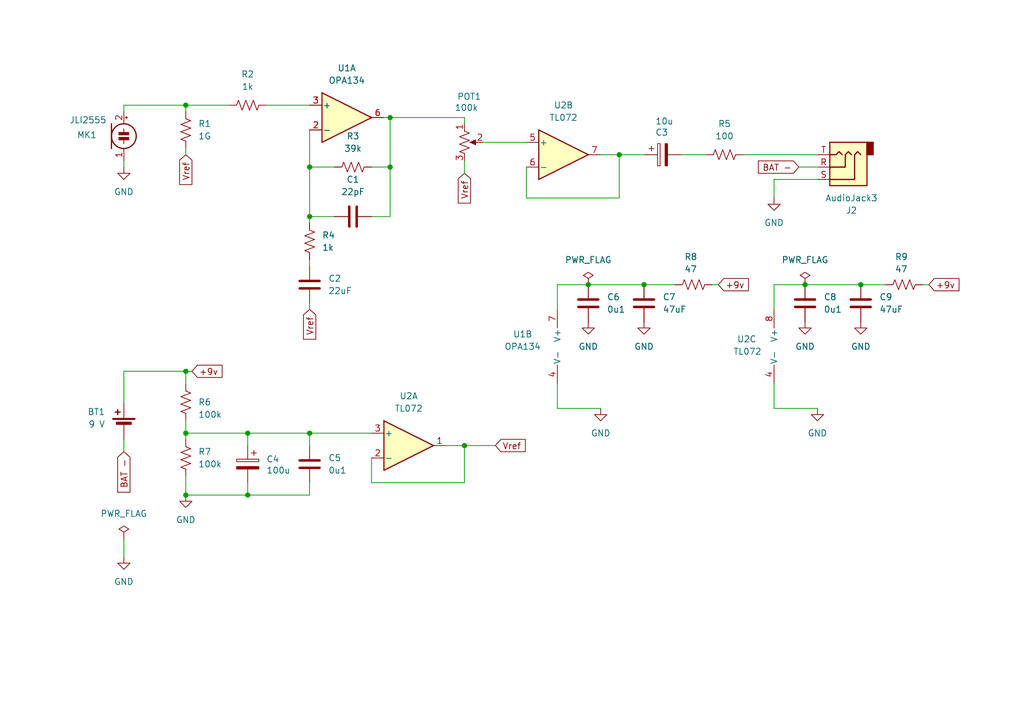
<source format=kicad_sch>
(kicad_sch (version 20250114) (generator "eeschema") (generator_version "9.0")
  (paper "A5")
  (title_block (title "JLI 2555 tin can microphone") (date "2025-05-25") (rev "2.0") (company "Anauseam"))
  (lib_symbols
    (symbol "Amplifier_Operational:TL072" (pin_names (offset 0.127))
      (property "Reference" "U" (at 0 5.08 0))
      (property "Value" "TL072" (at 0 -5.08 0))
      (symbol "TL072_1_1"
        (polyline (pts (xy -5.08 5.08) (xy 5.08 0) (xy -5.08 -5.08) (xy -5.08 5.08)) (stroke (width 0.254)) (fill (type background)))
        (pin input line (at -7.62 2.54 0) (length 2.54) (name "+") (number "3"))
        (pin input line (at -7.62 -2.54 0) (length 2.54) (name "-") (number "2"))
        (pin output line (at 7.62 0 180) (length 2.54) (name "~") (number "1"))
      )
      (symbol "TL072_2_1"
        (polyline (pts (xy -5.08 5.08) (xy 5.08 0) (xy -5.08 -5.08) (xy -5.08 5.08)) (stroke (width 0.254)) (fill (type background)))
        (pin input line (at -7.62 2.54 0) (length 2.54) (name "+") (number "5"))
        (pin input line (at -7.62 -2.54 0) (length 2.54) (name "-") (number "6"))
        (pin output line (at 7.62 0 180) (length 2.54) (name "~") (number "7"))
      )
      (symbol "TL072_3_1"
        (pin power_in line (at -2.54 7.62 270) (length 3.81) (name "V+") (number "8"))
        (pin power_in line (at -2.54 -7.62 90) (length 3.81) (name "V-") (number "4"))
      )
    )
    (symbol "Anauseam:OPA134" (pin_names (offset 0.127))
      (property "Reference" "U" (at 1.27 6.35 0))
      (property "Value" "OPA134" (at 1.27 3.81 0))
      (symbol "OPA134_1_1"
        (polyline (pts (xy -5.08 5.08) (xy 5.08 0) (xy -5.08 -5.08) (xy -5.08 5.08)) (stroke (width 0.254)) (fill (type background)))
        (pin input line (at -7.62 2.54 0) (length 2.54) (name "+") (number "3"))
        (pin input line (at -7.62 -2.54 0) (length 2.54) (name "-") (number "2"))
        (pin output line (at 7.62 0 180) (length 2.54) (name "~") (number "6"))
      )
      (symbol "OPA134_2_1"
        (pin power_in line (at -2.54 7.62 270) (length 3.81) (name "V+") (number "7"))
        (pin power_in line (at -2.54 -7.62 90) (length 3.81) (name "V-") (number "4"))
        (pin no_connect line (at 0 2.54 270) (length 2.54) (hide yes) (name "NC") (number "5"))
        (pin no_connect line (at 0 -7.62 90) (length 5.08) (hide yes) (name "NC") (number "1"))
        (pin no_connect line (at 2.54 -7.62 90) (length 6.35) (hide yes) (name "NC") (number "8"))
      )
    )
    (symbol "Connector_Audio:AudioJack3"
      (property "Reference" "J" (at 0 8.89 0))
      (property "Value" "AudioJack3" (at 0 6.35 0))
      (symbol "AudioJack3_0_1"
        (rectangle (start -5.08 -5.08) (end -6.35 -2.54) (stroke (width 0.254)) (fill (type outline)))
        (polyline (pts (xy -1.905 -2.54) (xy -1.27 -3.175) (xy -0.635 -2.54) (xy -0.635 0) (xy 2.54 0)) (stroke (width 0.254)))
        (polyline (pts (xy 0 -2.54) (xy 0.635 -3.175) (xy 1.27 -2.54) (xy 2.54 -2.54)) (stroke (width 0.254)))
        (rectangle (start 2.54 3.81) (end -5.08 -5.08) (stroke (width 0.254)) (fill (type background)))
        (polyline (pts (xy 2.54 2.54) (xy -2.54 2.54) (xy -2.54 -2.54) (xy -3.175 -3.175) (xy -3.81 -2.54)) (stroke (width 0.254)))
      )
      (symbol "AudioJack3_1_1"
        (pin passive line (at 5.08 2.54 180) (length 2.54) (name "~") (number "S"))
        (pin passive line (at 5.08 0 180) (length 2.54) (name "~") (number "R"))
        (pin passive line (at 5.08 -2.54 180) (length 2.54) (name "~") (number "T"))
      )
    )
    (symbol "Device:Battery_Cell" (pin_numbers (hide yes)) (pin_names (offset 0) (hide yes))
      (property "Reference" "BT" (at 2.54 2.54 0))
      (property "Value" "Battery_Cell" (at 2.54 0 0))
      (symbol "Battery_Cell_0_1"
        (rectangle (start -2.286 1.778) (end 2.286 1.524) (fill (type outline)))
        (rectangle (start -1.524 1.016) (end 1.524 0.508) (fill (type outline)))
        (polyline (pts (xy 0 1.778) (xy 0 2.54)))
        (polyline (pts (xy 0 0.762) (xy 0 0)))
        (polyline (pts (xy 0.762 3.048) (xy 1.778 3.048)) (stroke (width 0.254)))
        (polyline (pts (xy 1.27 3.556) (xy 1.27 2.54)) (stroke (width 0.254)))
      )
      (symbol "Battery_Cell_1_1"
        (pin passive line (at 0 5.08 270) (length 2.54) (name "+") (number "1"))
        (pin passive line (at 0 -2.54 90) (length 2.54) (name "-") (number "2"))
      )
    )
    (symbol "Device:C" (pin_numbers (hide yes)) (pin_names (offset 0.254))
      (property "Reference" "C" (at 0.635 2.54 0))
      (property "Value" "C" (at 0.635 -2.54 0))
      (symbol "C_0_1"
        (polyline (pts (xy -2.032 0.762) (xy 2.032 0.762)) (stroke (width 0.508)))
        (polyline (pts (xy -2.032 -0.762) (xy 2.032 -0.762)) (stroke (width 0.508)))
      )
      (symbol "C_1_1"
        (pin passive line (at 0 3.81 270) (length 2.794) (name "~") (number "1"))
        (pin passive line (at 0 -3.81 90) (length 2.794) (name "~") (number "2"))
      )
    )
    (symbol "Device:C_Polarized" (pin_numbers (hide yes)) (pin_names (offset 0.254))
      (property "Reference" "C" (at 0.635 2.54 0))
      (property "Value" "C_Polarized" (at 0.635 -2.54 0))
      (symbol "C_Polarized_0_1"
        (rectangle (start -2.286 0.508) (end 2.286 1.016))
        (polyline (pts (xy -1.778 2.286) (xy -0.762 2.286)))
        (polyline (pts (xy -1.27 2.794) (xy -1.27 1.778)))
        (rectangle (start 2.286 -0.508) (end -2.286 -1.016) (fill (type outline)))
      )
      (symbol "C_Polarized_1_1"
        (pin passive line (at 0 3.81 270) (length 2.794) (name "~") (number "1"))
        (pin passive line (at 0 -3.81 90) (length 2.794) (name "~") (number "2"))
      )
    )
    (symbol "Device:Microphone_Condenser" (pin_names (offset 0.0254) (hide yes))
      (property "Reference" "MK" (at -3.302 1.27 0))
      (property "Value" "Microphone_Condenser" (at -3.302 -0.635 0))
      (symbol "Microphone_Condenser_0_1"
        (polyline (pts (xy -2.54 2.54) (xy -2.54 -2.54)) (stroke (width 0.254)))
        (polyline (pts (xy 0 0.762) (xy 0 1.524)))
        (circle (center 0 0) (radius 2.54) (stroke (width 0.254)))
        (polyline (pts (xy 0 -0.762) (xy 0 -1.524)))
        (polyline (pts (xy 0.254 3.81) (xy 0.762 3.81)))
        (polyline (pts (xy 0.508 4.064) (xy 0.508 3.556)))
        (rectangle (start 1.016 0.762) (end -1.016 0.254) (fill (type outline)))
        (rectangle (start 1.016 -0.254) (end -1.016 -0.762) (fill (type outline)))
      )
      (symbol "Microphone_Condenser_1_1"
        (pin passive line (at 0 5.08 270) (length 2.54) (name "+") (number "2"))
        (pin passive line (at 0 -5.08 90) (length 2.54) (name "-") (number "1"))
      )
    )
    (symbol "Device:R_Potentiometer_US" (pin_names (offset 1.016) (hide yes))
      (property "Reference" "RV" (at -4.445 0 90))
      (property "Value" "R_Potentiometer_US" (at -2.54 0 90))
      (symbol "R_Potentiometer_US_0_1"
        (polyline (pts (xy 0 2.54) (xy 0 2.286)))
        (polyline (pts (xy 0 2.286) (xy 1.016 1.905) (xy 0 1.524) (xy -1.016 1.143) (xy 0 0.762)))
        (polyline (pts (xy 0 0.762) (xy 1.016 0.381) (xy 0 0) (xy -1.016 -0.381) (xy 0 -0.762)))
        (polyline (pts (xy 0 -0.762) (xy 1.016 -1.143) (xy 0 -1.524) (xy -1.016 -1.905) (xy 0 -2.286)))
        (polyline (pts (xy 0 -2.286) (xy 0 -2.54)))
        (polyline (pts (xy 1.143 0) (xy 2.286 0.508) (xy 2.286 -0.508) (xy 1.143 0)) (fill (type outline)))
        (polyline (pts (xy 2.54 0) (xy 1.524 0)))
      )
      (symbol "R_Potentiometer_US_1_1"
        (pin passive line (at 0 3.81 270) (length 1.27) (name "1") (number "1"))
        (pin passive line (at 0 -3.81 90) (length 1.27) (name "3") (number "3"))
        (pin passive line (at 3.81 0 180) (length 1.27) (name "2") (number "2"))
      )
    )
    (symbol "Device:R_US" (pin_numbers (hide yes)) (pin_names (offset 0))
      (property "Reference" "R" (at 2.54 0 90))
      (property "Value" "R_US" (at -2.54 0 90))
      (symbol "R_US_0_1"
        (polyline (pts (xy 0 2.286) (xy 0 2.54)))
        (polyline (pts (xy 0 2.286) (xy 1.016 1.905) (xy 0 1.524) (xy -1.016 1.143) (xy 0 0.762)))
        (polyline (pts (xy 0 0.762) (xy 1.016 0.381) (xy 0 0) (xy -1.016 -0.381) (xy 0 -0.762)))
        (polyline (pts (xy 0 -0.762) (xy 1.016 -1.143) (xy 0 -1.524) (xy -1.016 -1.905) (xy 0 -2.286)))
        (polyline (pts (xy 0 -2.286) (xy 0 -2.54)))
      )
      (symbol "R_US_1_1"
        (pin passive line (at 0 3.81 270) (length 1.27) (name "~") (number "1"))
        (pin passive line (at 0 -3.81 90) (length 1.27) (name "~") (number "2"))
      )
    )
    (symbol "power:GND" (power) (pin_numbers (hide yes)) (pin_names (offset 0) (hide yes))
      (property "Value" "GND" (at 0 -3.81 0))
      (symbol "GND_0_1"
        (polyline (pts (xy 0 0) (xy 0 -1.27) (xy 1.27 -1.27) (xy 0 -2.54) (xy -1.27 -1.27) (xy 0 -1.27)))
      )
      (symbol "GND_1_1"
        (pin power_in line (at 0 0 270) (length 0) (name "~") (number "1"))
      )
    )
    (symbol "power:PWR_FLAG" (power) (pin_numbers (hide yes)) (pin_names (offset 0) (hide yes))
      (property "Value" "PWR_FLAG" (at 0 3.81 0))
      (symbol "PWR_FLAG_0_0"
        (pin power_out line (at 0 0 90) (length 0) (name "~") (number "1"))
      )
      (symbol "PWR_FLAG_0_1"
        (polyline (pts (xy 0 0) (xy 0 1.27) (xy -1.016 1.905) (xy 0 2.54) (xy 1.016 1.905) (xy 0 1.27)))
      )
    )
  )
  (junction (at 63.5 34.29))
  (junction (at 176.53 58.42))
  (junction (at 165.1 58.42))
  (junction (at 132.08 58.42))
  (junction (at 127 31.75))
  (junction (at 80.01 24.13))
  (junction (at 50.8 88.9))
  (junction (at 63.5 88.9))
  (junction (at 38.1 21.59))
  (junction (at 80.01 34.29))
  (junction (at 95.25 91.44))
  (junction (at 38.1 88.9))
  (junction (at 38.1 101.6))
  (junction (at 50.8 101.6))
  (junction (at 63.5 44.45))
  (junction (at 120.65 58.42))
  (junction (at 38.1 76.2))
  (wire (pts (xy 139.7 31.75) (xy 144.78 31.75)))
  (wire (pts (xy 107.95 40.64) (xy 127 40.64)))
  (wire (pts (xy 25.4 21.59) (xy 38.1 21.59)))
  (wire (pts (xy 38.1 101.6) (xy 38.1 97.79)))
  (wire (pts (xy 63.5 26.67) (xy 63.5 34.29)))
  (wire (pts (xy 189.23 58.42) (xy 190.5 58.42)))
  (wire (pts (xy 152.4 31.75) (xy 167.64 31.75)))
  (wire (pts (xy 80.01 24.13) (xy 80.01 34.29)))
  (wire (pts (xy 63.5 99.06) (xy 63.5 101.6)))
  (wire (pts (xy 114.3 78.74) (xy 114.3 83.82)))
  (wire (pts (xy 158.75 36.83) (xy 158.75 40.64)))
  (wire (pts (xy 38.1 86.36) (xy 38.1 88.9)))
  (wire (pts (xy 63.5 63.5) (xy 63.5 62.23)))
  (wire (pts (xy 38.1 101.6) (xy 50.8 101.6)))
  (wire (pts (xy 76.2 44.45) (xy 80.01 44.45)))
  (wire (pts (xy 63.5 88.9) (xy 76.2 88.9)))
  (wire (pts (xy 38.1 76.2) (xy 39.37 76.2)))
  (wire (pts (xy 25.4 76.2) (xy 25.4 82.55)))
  (wire (pts (xy 80.01 34.29) (xy 80.01 44.45)))
  (wire (pts (xy 158.75 58.42) (xy 158.75 63.5)))
  (wire (pts (xy 76.2 99.06) (xy 95.25 99.06)))
  (wire (pts (xy 38.1 31.75) (xy 38.1 30.48)))
  (wire (pts (xy 80.01 24.13) (xy 95.25 24.13)))
  (wire (pts (xy 120.65 58.42) (xy 132.08 58.42)))
  (wire (pts (xy 50.8 101.6) (xy 50.8 99.06)))
  (wire (pts (xy 25.4 90.17) (xy 25.4 92.71)))
  (wire (pts (xy 78.74 24.13) (xy 80.01 24.13)))
  (wire (pts (xy 95.25 24.13) (xy 95.25 25.4)))
  (wire (pts (xy 38.1 88.9) (xy 38.1 90.17)))
  (wire (pts (xy 25.4 34.29) (xy 25.4 33.02)))
  (wire (pts (xy 63.5 44.45) (xy 68.58 44.45)))
  (wire (pts (xy 132.08 58.42) (xy 138.43 58.42)))
  (wire (pts (xy 63.5 34.29) (xy 63.5 44.45)))
  (wire (pts (xy 165.1 58.42) (xy 158.75 58.42)))
  (wire (pts (xy 123.19 83.82) (xy 114.3 83.82)))
  (wire (pts (xy 95.25 91.44) (xy 95.25 99.06)))
  (wire (pts (xy 38.1 21.59) (xy 46.99 21.59)))
  (wire (pts (xy 91.44 91.44) (xy 95.25 91.44)))
  (wire (pts (xy 63.5 34.29) (xy 68.58 34.29)))
  (wire (pts (xy 50.8 88.9) (xy 50.8 91.44)))
  (wire (pts (xy 127 31.75) (xy 132.08 31.75)))
  (wire (pts (xy 99.06 29.21) (xy 107.95 29.21)))
  (wire (pts (xy 114.3 58.42) (xy 114.3 63.5)))
  (wire (pts (xy 76.2 34.29) (xy 80.01 34.29)))
  (wire (pts (xy 176.53 58.42) (xy 181.61 58.42)))
  (wire (pts (xy 38.1 22.86) (xy 38.1 21.59)))
  (wire (pts (xy 165.1 58.42) (xy 176.53 58.42)))
  (wire (pts (xy 25.4 22.86) (xy 25.4 21.59)))
  (wire (pts (xy 123.19 31.75) (xy 127 31.75)))
  (wire (pts (xy 120.65 58.42) (xy 114.3 58.42)))
  (wire (pts (xy 25.4 76.2) (xy 38.1 76.2)))
  (wire (pts (xy 163.83 34.29) (xy 167.64 34.29)))
  (wire (pts (xy 63.5 101.6) (xy 50.8 101.6)))
  (wire (pts (xy 127 40.64) (xy 127 31.75)))
  (wire (pts (xy 167.64 83.82) (xy 158.75 83.82)))
  (wire (pts (xy 63.5 54.61) (xy 63.5 53.34)))
  (wire (pts (xy 63.5 91.44) (xy 63.5 88.9)))
  (wire (pts (xy 158.75 78.74) (xy 158.75 83.82)))
  (wire (pts (xy 95.25 91.44) (xy 101.6 91.44)))
  (wire (pts (xy 54.61 21.59) (xy 63.5 21.59)))
  (wire (pts (xy 146.05 58.42) (xy 147.32 58.42)))
  (wire (pts (xy 50.8 88.9) (xy 63.5 88.9)))
  (wire (pts (xy 25.4 110.49) (xy 25.4 114.3)))
  (wire (pts (xy 158.75 36.83) (xy 167.64 36.83)))
  (wire (pts (xy 38.1 78.74) (xy 38.1 76.2)))
  (wire (pts (xy 38.1 88.9) (xy 50.8 88.9)))
  (wire (pts (xy 107.95 34.29) (xy 107.95 40.64)))
  (wire (pts (xy 95.25 35.56) (xy 95.25 33.02)))
  (wire (pts (xy 63.5 44.45) (xy 63.5 45.72)))
  (wire (pts (xy 76.2 93.98) (xy 76.2 99.06)))
  (global_label "+9v" (shape input) (at 39.37 76.2 0) (property "Intersheetrefs" "${INTERSHEET_REFS}" (effects (hide yes))))
  (global_label "Vref" (shape input) (at 38.1 31.75 270) (property "Intersheetrefs" "${INTERSHEET_REFS}" (effects (hide yes))))
  (global_label "Vref" (shape input) (at 95.25 35.56 270) (property "Intersheetrefs" "${INTERSHEET_REFS}" (effects (hide yes))))
  (global_label "BAT -" (shape input) (at 163.83 34.29 180) (property "Intersheetrefs" "${INTERSHEET_REFS}" (effects (hide yes))))
  (global_label "BAT -" (shape input) (at 25.4 92.71 270) (property "Intersheetrefs" "${INTERSHEET_REFS}" (effects (hide yes))))
  (global_label "+9v" (shape input) (at 147.32 58.42 0) (property "Intersheetrefs" "${INTERSHEET_REFS}" (effects (hide yes))))
  (global_label "+9v" (shape input) (at 190.5 58.42 0) (property "Intersheetrefs" "${INTERSHEET_REFS}" (effects (hide yes))))
  (global_label "Vref" (shape input) (at 101.6 91.44 0) (property "Intersheetrefs" "${INTERSHEET_REFS}" (effects (hide yes))))
  (global_label "Vref" (shape input) (at 63.5 63.5 270) (property "Intersheetrefs" "${INTERSHEET_REFS}" (effects (hide yes))))
  (symbol (lib_id "power:GND") (at 158.75 40.64 0) (mirror y) (unit 1)
    (property "Reference" "#PWR013" (effects (hide yes)))
    (property "Value" "GND" (at 158.75 45.72 0))
    (property "Description" "Power symbol creates a global label with name \"GND\" , ground" (effects (hide yes)))
  )
  (symbol (lib_id "power:GND") (at 25.4 34.29 0) (mirror y) (unit 1)
    (property "Reference" "#PWR02" (effects (hide yes)))
    (property "Value" "GND" (at 25.4 39.37 0))
    (property "Description" "Power symbol creates a global label with name \"GND\" , ground" (effects (hide yes)))
  )
  (symbol (lib_id "power:GND") (at 25.4 114.3 0) (mirror y) (unit 1)
    (property "Reference" "#PWR05" (effects (hide yes)))
    (property "Value" "GND" (at 25.4 119.38 0))
    (property "Description" "Power symbol creates a global label with name \"GND\" , ground" (effects (hide yes)))
  )
  (symbol (lib_id "Device:R_US") (at 63.5 49.53 0) (unit 1)
    (property "Reference" "R4" (at 66.04 48.2599 0) (effects (justify left)))
    (property "Value" "1k" (at 66.04 50.7999 0) (effects (justify left)))
    (property "Footprint" "Resistor_THT:R_Axial_DIN0207_L6.3mm_D2.5mm_P10.16mm_Horizontal" (effects (hide yes)))
    (property "Description" "Resistor, US symbol" (effects (hide yes)))
  )
  (symbol (lib_id "Device:R_US") (at 185.42 58.42 90) (unit 1)
    (property "Reference" "R9" (at 183.515 52.7049 90) (effects (justify right)))
    (property "Value" "47" (at 183.515 55.2449 90) (effects (justify right)))
    (property "Footprint" "Resistor_THT:R_Axial_DIN0207_L6.3mm_D2.5mm_P10.16mm_Horizontal" (effects (hide yes)))
    (property "Description" "Resistor, US symbol" (effects (hide yes)))
  )
  (symbol (lib_id "Device:C") (at 132.08 62.23 180) (unit 1)
    (property "Reference" "C7" (at 135.89 60.9599 0) (effects (justify right)))
    (property "Value" "47uF" (at 135.89 63.4999 0) (effects (justify right)))
    (property "Footprint" "Capacitor_THT:C_Disc_D5.0mm_W2.5mm_P2.50mm" (effects (hide yes)))
    (property "Description" "Unpolarized capacitor" (effects (hide yes)))
  )
  (symbol (lib_id "power:GND") (at 123.19 83.82 0) (mirror y) (unit 1)
    (property "Reference" "#PWR015" (effects (hide yes)))
    (property "Value" "GND" (at 123.19 88.9 0))
    (property "Description" "Power symbol creates a global label with name \"GND\" , ground" (effects (hide yes)))
  )
  (symbol (lib_id "Device:Microphone_Condenser") (at 25.4 27.94 0) (unit 1)
    (property "Reference" "MK1" (at 15.748 27.686 0) (effects (justify left)))
    (property "Value" "JLI2555" (at 14.224 24.638 0) (effects (justify left)))
    (property "Footprint" "Connector_Wire:SolderWire-0.1sqmm_1x02_P3.6mm_D0.4mm_OD1mm" (effects (hide yes)))
    (property "Description" "Condenser microphone" (effects (hide yes)))
  )
  (symbol (lib_id "Device:R_US") (at 148.59 31.75 90) (unit 1)
    (property "Reference" "R5" (at 148.59 25.4 90))
    (property "Value" "100" (at 148.59 27.94 90))
    (property "Footprint" "Resistor_THT:R_Axial_DIN0207_L6.3mm_D2.5mm_P10.16mm_Horizontal" (effects (hide yes)))
    (property "Description" "Resistor, US symbol" (effects (hide yes)))
  )
  (symbol (lib_id "power:GND") (at 120.65 66.04 0) (mirror y) (unit 1)
    (property "Reference" "#PWR014" (effects (hide yes)))
    (property "Value" "GND" (at 120.65 71.12 0))
    (property "Description" "Power symbol creates a global label with name \"GND\" , ground" (effects (hide yes)))
  )
  (symbol (lib_id "Device:C_Polarized") (at 50.8 95.25 0) (mirror y) (unit 1)
    (property "Reference" "C4" (at 54.61 94.234 0) (effects (justify right)))
    (property "Value" "100u" (at 54.61 96.52 0) (effects (justify right)))
    (property "Footprint" "Capacitor_THT:CP_Radial_D6.3mm_P2.50mm" (effects (hide yes)))
    (property "Description" "Polarized capacitor" (effects (hide yes)))
  )
  (symbol (lib_id "power:GND") (at 38.1 101.6 0) (mirror y) (unit 1)
    (property "Reference" "#PWR01" (effects (hide yes)))
    (property "Value" "GND" (at 38.1 106.68 0))
    (property "Description" "Power symbol creates a global label with name \"GND\" , ground" (effects (hide yes)))
  )
  (symbol (lib_id "Device:C") (at 72.39 44.45 90) (unit 1)
    (property "Reference" "C1" (at 72.39 36.83 90))
    (property "Value" "22pF" (at 72.39 39.37 90))
    (property "Footprint" "Capacitor_THT:C_Disc_D5.0mm_W2.5mm_P2.50mm" (effects (hide yes)))
    (property "Description" "Unpolarized capacitor" (effects (hide yes)))
  )
  (symbol (lib_id "Device:C") (at 165.1 62.23 180) (unit 1)
    (property "Reference" "C8" (at 168.91 60.9599 0) (effects (justify right)))
    (property "Value" "0u1" (at 168.91 63.4999 0) (effects (justify right)))
    (property "Footprint" "Capacitor_THT:C_Disc_D5.0mm_W2.5mm_P2.50mm" (effects (hide yes)))
    (property "Description" "Unpolarized capacitor" (effects (hide yes)))
  )
  (symbol (lib_id "Amplifier_Operational:TL072") (at 115.57 31.75 0) (unit 2)
    (property "Reference" "U2" (at 115.57 21.59 0))
    (property "Value" "TL072" (at 115.57 24.13 0))
    (property "Footprint" "Package_DIP:DIP-8_W7.62mm_Socket" (effects (hide yes)))
    (property "Datasheet" "http://www.ti.com/lit/ds/symlink/tl071.pdf" (effects (hide yes)))
    (property "Description" "Dual Low-Noise JFET-Input Operational Amplifiers, DIP-8/SOIC-8" (effects (hide yes)))
  )
  (symbol (lib_id "power:PWR_FLAG") (at 165.1 58.42 0) (unit 1)
    (property "Reference" "#FLG05" (effects (hide yes)))
    (property "Value" "PWR_FLAG" (at 165.1 53.34 0))
    (property "Description" "Special symbol for telling ERC where power comes from" (effects (hide yes)))
  )
  (symbol (lib_id "Device:C") (at 120.65 62.23 180) (unit 1)
    (property "Reference" "C6" (at 124.46 60.9599 0) (effects (justify right)))
    (property "Value" "0u1" (at 124.46 63.4999 0) (effects (justify right)))
    (property "Footprint" "Capacitor_THT:C_Disc_D5.0mm_W2.5mm_P2.50mm" (effects (hide yes)))
    (property "Description" "Unpolarized capacitor" (effects (hide yes)))
  )
  (symbol (lib_id "Device:C") (at 63.5 58.42 180) (unit 1)
    (property "Reference" "C2" (at 67.31 57.1499 0) (effects (justify right)))
    (property "Value" "22uF" (at 67.31 59.6899 0) (effects (justify right)))
    (property "Footprint" "Capacitor_THT:C_Disc_D5.0mm_W2.5mm_P2.50mm" (effects (hide yes)))
    (property "Description" "Unpolarized capacitor" (effects (hide yes)))
  )
  (symbol (lib_id "power:GND") (at 132.08 66.04 0) (mirror y) (unit 1)
    (property "Reference" "#PWR06" (effects (hide yes)))
    (property "Value" "GND" (at 132.08 71.12 0))
    (property "Description" "Power symbol creates a global label with name \"GND\" , ground" (effects (hide yes)))
  )
  (symbol (lib_id "Amplifier_Operational:TL072") (at 83.82 91.44 0) (unit 1)
    (property "Reference" "U2" (at 83.82 81.28 0))
    (property "Value" "TL072" (at 83.82 83.82 0))
    (property "Footprint" "Package_DIP:DIP-8_W7.62mm_Socket" (effects (hide yes)))
    (property "Datasheet" "http://www.ti.com/lit/ds/symlink/tl071.pdf" (effects (hide yes)))
    (property "Description" "Dual Low-Noise JFET-Input Operational Amplifiers, DIP-8/SOIC-8" (effects (hide yes)))
  )
  (symbol (lib_id "Anauseam:OPA134") (at 116.84 71.12 0) (unit 2)
    (property "Reference" "U1" (at 107.188 68.58 0))
    (property "Value" "OPA134" (at 107.188 71.12 0))
    (property "Footprint" "Package_DIP:DIP-8_W7.62mm_Socket" (effects (hide yes)))
    (property "Datasheet" "http://www.ti.com/lit/ds/symlink/opa134.pdf" (effects (hide yes)))
    (property "Description" "Single SoundPlus High Performance Audio Operational Amplifiers, DIP-8/SOIC-8" (effects (hide yes)))
  )
  (symbol (lib_id "Connector_Audio:AudioJack3") (at 172.72 34.29 180) (unit 1)
    (property "Reference" "J2" (at 174.625 43.18 0))
    (property "Value" "AudioJack3" (at 174.625 40.64 0))
    (property "Footprint" "Connector_Audio:Jack_3.5mm_CUI_SJ1-3513N_Horizontal" (effects (hide yes)))
    (property "Description" "Audio Jack, 3 Poles (Stereo / TRS)" (effects (hide yes)))
  )
  (symbol (lib_id "Device:R_US") (at 72.39 34.29 90) (unit 1)
    (property "Reference" "R3" (at 72.39 27.94 90))
    (property "Value" "39k" (at 72.39 30.48 90))
    (property "Footprint" "Resistor_THT:R_Axial_DIN0207_L6.3mm_D2.5mm_P10.16mm_Horizontal" (effects (hide yes)))
    (property "Description" "Resistor, US symbol" (effects (hide yes)))
  )
  (symbol (lib_id "Device:R_US") (at 38.1 26.67 0) (unit 1)
    (property "Reference" "R1" (at 40.64 25.3999 0) (effects (justify left)))
    (property "Value" "1G" (at 40.64 27.9399 0) (effects (justify left)))
    (property "Footprint" "Resistor_THT:R_Axial_DIN0207_L6.3mm_D2.5mm_P10.16mm_Horizontal" (effects (hide yes)))
    (property "Description" "Resistor, US symbol" (effects (hide yes)))
  )
  (symbol (lib_id "power:GND") (at 167.64 83.82 0) (mirror y) (unit 1)
    (property "Reference" "#PWR04" (effects (hide yes)))
    (property "Value" "GND" (at 167.64 88.9 0))
    (property "Description" "Power symbol creates a global label with name \"GND\" , ground" (effects (hide yes)))
  )
  (symbol (lib_id "Device:R_US") (at 38.1 82.55 0) (unit 1)
    (property "Reference" "R6" (at 40.64 82.5499 0) (effects (justify left)))
    (property "Value" "100k" (at 40.64 85.0899 0) (effects (justify left)))
    (property "Footprint" "Resistor_THT:R_Axial_DIN0207_L6.3mm_D2.5mm_P10.16mm_Horizontal" (effects (hide yes)))
    (property "Description" "Resistor, US symbol" (effects (hide yes)))
  )
  (symbol (lib_id "Device:C_Polarized") (at 135.89 31.75 90) (mirror x) (unit 1)
    (property "Reference" "C3" (at 134.366 27.178 90) (effects (justify right)))
    (property "Value" "10u" (at 134.366 24.892 90) (effects (justify right)))
    (property "Footprint" "Capacitor_THT:CP_Radial_D5.0mm_P2.50mm" (effects (hide yes)))
    (property "Description" "Polarized capacitor" (effects (hide yes)))
  )
  (symbol (lib_id "power:PWR_FLAG") (at 25.4 110.49 0) (unit 1)
    (property "Reference" "#FLG01" (effects (hide yes)))
    (property "Value" "PWR_FLAG" (at 25.4 105.41 0))
    (property "Description" "Special symbol for telling ERC where power comes from" (effects (hide yes)))
  )
  (symbol (lib_id "Amplifier_Operational:TL072") (at 161.29 71.12 0) (unit 3)
    (property "Reference" "U2" (at 151.13 69.596 0) (effects (justify left)))
    (property "Value" "TL072" (at 150.368 72.136 0) (effects (justify left)))
    (property "Footprint" "Package_DIP:DIP-8_W7.62mm_Socket" (effects (hide yes)))
    (property "Datasheet" "http://www.ti.com/lit/ds/symlink/tl071.pdf" (effects (hide yes)))
    (property "Description" "Dual Low-Noise JFET-Input Operational Amplifiers, DIP-8/SOIC-8" (effects (hide yes)))
  )
  (symbol (lib_id "Anauseam:OPA134") (at 71.12 24.13 0) (unit 1)
    (property "Reference" "U1" (at 71.12 13.97 0))
    (property "Value" "OPA134" (at 71.12 16.51 0))
    (property "Footprint" "Package_DIP:DIP-8_W7.62mm_Socket" (effects (hide yes)))
    (property "Datasheet" "http://www.ti.com/lit/ds/symlink/opa134.pdf" (effects (hide yes)))
    (property "Description" "Single SoundPlus High Performance Audio Operational Amplifiers, DIP-8/SOIC-8" (effects (hide yes)))
  )
  (symbol (lib_id "Device:R_US") (at 38.1 93.98 0) (unit 1)
    (property "Reference" "R7" (at 40.64 92.7099 0) (effects (justify left)))
    (property "Value" "100k" (at 40.64 95.2499 0) (effects (justify left)))
    (property "Footprint" "Resistor_THT:R_Axial_DIN0207_L6.3mm_D2.5mm_P10.16mm_Horizontal" (effects (hide yes)))
    (property "Description" "Resistor, US symbol" (effects (hide yes)))
  )
  (symbol (lib_id "power:PWR_FLAG") (at 120.65 58.42 0) (unit 1)
    (property "Reference" "#FLG03" (effects (hide yes)))
    (property "Value" "PWR_FLAG" (at 120.65 53.34 0))
    (property "Description" "Special symbol for telling ERC where power comes from" (effects (hide yes)))
  )
  (symbol (lib_id "Device:R_US") (at 50.8 21.59 90) (unit 1)
    (property "Reference" "R2" (at 50.8 15.24 90))
    (property "Value" "1k" (at 50.8 17.78 90))
    (property "Footprint" "Resistor_THT:R_Axial_DIN0207_L6.3mm_D2.5mm_P10.16mm_Horizontal" (effects (hide yes)))
    (property "Description" "Resistor, US symbol" (effects (hide yes)))
  )
  (symbol (lib_id "Device:C") (at 63.5 95.25 180) (unit 1)
    (property "Reference" "C5" (at 67.31 93.9799 0) (effects (justify right)))
    (property "Value" "0u1" (at 67.31 96.5199 0) (effects (justify right)))
    (property "Footprint" "Capacitor_THT:C_Disc_D5.0mm_W2.5mm_P5.00mm" (effects (hide yes)))
    (property "Description" "Unpolarized capacitor" (effects (hide yes)))
  )
  (symbol (lib_id "power:GND") (at 165.1 66.04 0) (mirror y) (unit 1)
    (property "Reference" "#PWR03" (effects (hide yes)))
    (property "Value" "GND" (at 165.1 71.12 0))
    (property "Description" "Power symbol creates a global label with name \"GND\" , ground" (effects (hide yes)))
  )
  (symbol (lib_id "Device:R_Potentiometer_US") (at 95.25 29.21 0) (unit 1)
    (property "Reference" "POT1" (at 93.726 19.812 0) (effects (justify left)))
    (property "Value" "100k" (at 93.218 22.098 0) (effects (justify left)))
    (property "Footprint" "Potentiometer_THT:Potentiometer_Alps_RK09Y11_Single_Horizontal" (effects (hide yes)))
    (property "Description" "Potentiometer, US symbol" (effects (hide yes)))
  )
  (symbol (lib_id "power:GND") (at 176.53 66.04 0) (mirror y) (unit 1)
    (property "Reference" "#PWR07" (effects (hide yes)))
    (property "Value" "GND" (at 176.53 71.12 0))
    (property "Description" "Power symbol creates a global label with name \"GND\" , ground" (effects (hide yes)))
  )
  (symbol (lib_id "Device:R_US") (at 142.24 58.42 90) (unit 1)
    (property "Reference" "R8" (at 140.335 52.7049 90) (effects (justify right)))
    (property "Value" "47" (at 140.335 55.2449 90) (effects (justify right)))
    (property "Footprint" "Resistor_THT:R_Axial_DIN0207_L6.3mm_D2.5mm_P10.16mm_Horizontal" (effects (hide yes)))
    (property "Description" "Resistor, US symbol" (effects (hide yes)))
  )
  (symbol (lib_id "Device:C") (at 176.53 62.23 180) (unit 1)
    (property "Reference" "C9" (at 180.34 60.9599 0) (effects (justify right)))
    (property "Value" "47uF" (at 180.34 63.4999 0) (effects (justify right)))
    (property "Footprint" "Capacitor_THT:C_Disc_D5.0mm_W2.5mm_P2.50mm" (effects (hide yes)))
    (property "Description" "Unpolarized capacitor" (effects (hide yes)))
  )
  (symbol (lib_id "Device:Battery_Cell") (at 25.4 87.63 0) (mirror y) (unit 1)
    (property "Reference" "BT1" (at 21.59 84.5184 0) (effects (justify left)))
    (property "Value" "9 V" (at 21.59 87.0584 0) (effects (justify left)))
    (property "Footprint" "Battery:BatteryHolder_MPD_BA9VPC_1xPP3" (effects (hide yes)))
    (property "Description" "Single-cell battery" (effects (hide yes)))
  )
)
</source>
